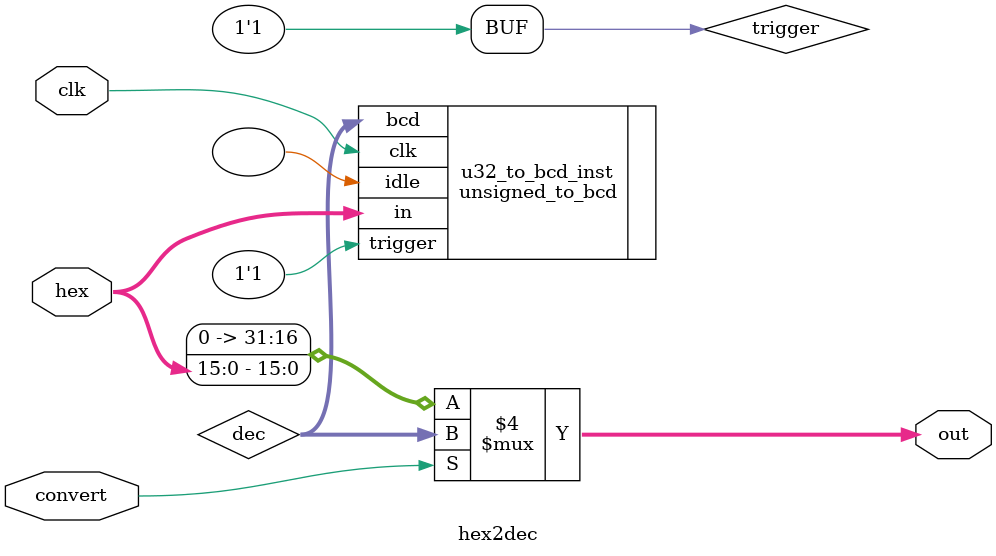
<source format=sv>
`timescale 1ns / 1ps

module hex2dec
#(parameter
bits = 16)
(
    input logic clk, convert,
    input logic [bits-1:0] hex,
    output logic [31:0] out
);
    
    logic [31:0] dec;
    logic trigger = 1'b1;
    
	unsigned_to_bcd u32_to_bcd_inst (
		.clk(clk),
		.trigger(trigger),
		.in(hex),
		.idle(),
		.bcd(dec)
	);
	
	always_comb begin
	   out = hex;
	   if (convert) out = dec;
	   else out = hex;
	end
endmodule

</source>
